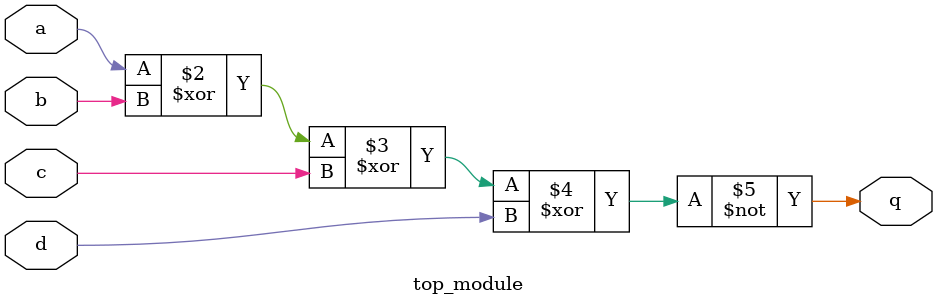
<source format=sv>
module top_module (
    input a, 
    input b, 
    input c, 
    input d,
    output reg q
);

always @(*) begin
    q = ~(a ^ b ^ c ^ d);
end

endmodule

</source>
